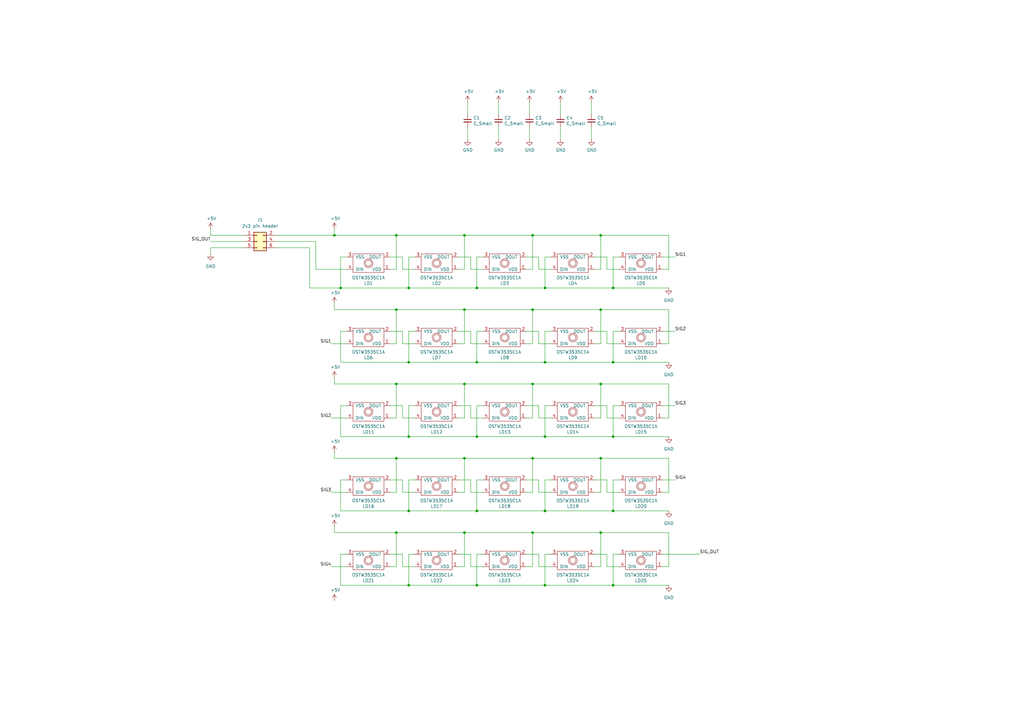
<source format=kicad_sch>
(kicad_sch (version 20211123) (generator eeschema)
  (paper "A3")
  (lib_symbols
    (symbol "Connector_Generic:Conn_02x03_Odd_Even" (pin_names (offset 1.016) hide)
      (property "Reference" "J" (at 1.27 5.08 0))
      (property "Value" "Conn_02x03_Odd_Even" (at 1.27 -5.08 0))
      (symbol "Conn_02x03_Odd_Even_1_1"
        (rectangle (start -1.27 -2.413) (end 0 -2.667) (stroke (width 0.1524)))
        (rectangle (start -1.27 0.127) (end 0 -0.127) (stroke (width 0.1524)))
        (rectangle (start -1.27 2.667) (end 0 2.413) (stroke (width 0.1524)))
        (rectangle (start -1.27 3.81) (end 3.81 -3.81) (stroke (width 0.254)) (fill (type background)))
        (rectangle (start 3.81 -2.413) (end 2.54 -2.667) (stroke (width 0.1524)))
        (rectangle (start 3.81 0.127) (end 2.54 -0.127) (stroke (width 0.1524)))
        (rectangle (start 3.81 2.667) (end 2.54 2.413) (stroke (width 0.1524)))
        (pin passive line (at -5.08 2.54 0) (length 3.81) (name "Pin_1") (number "1"))
        (pin passive line (at 7.62 2.54 180) (length 3.81) (name "Pin_2") (number "2"))
        (pin passive line (at -5.08 0 0) (length 3.81) (name "Pin_3") (number "3"))
        (pin passive line (at 7.62 0 180) (length 3.81) (name "Pin_4") (number "4"))
        (pin passive line (at -5.08 -2.54 0) (length 3.81) (name "Pin_5") (number "5"))
        (pin passive line (at 7.62 -2.54 180) (length 3.81) (name "Pin_6") (number "6"))
      )
    )
    (symbol "Device:C_Small" (pin_numbers hide) (pin_names (offset 0.254) hide)
      (property "Reference" "C" (at 0.254 1.778 0))
      (property "Value" "C_Small" (at 0.254 -2.032 0))
      (symbol "C_Small_0_1"
        (polyline (pts (xy -1.524 -0.508) (xy 1.524 -0.508)) (stroke (width 0.3302)))
        (polyline (pts (xy -1.524 0.508) (xy 1.524 0.508)) (stroke (width 0.3048)))
      )
      (symbol "C_Small_1_1"
        (pin passive line (at 0 2.54 270) (length 2.032) (name "~") (number "1"))
        (pin passive line (at 0 -2.54 90) (length 2.032) (name "~") (number "2"))
      )
    )
    (symbol "led_a:OSTW3535C1A" (pin_names (offset 1.016))
      (property "Reference" "LD" (at 0 5.08 0))
      (property "Value" "OSTW3535C1A" (at 0 -5.08 0))
      (symbol "OSTW3535C1A_0_1"
        (rectangle (start -6.35 3.81) (end 6.35 -3.81))
        (circle (center 0 0) (radius 1.27))
        (circle (center 0 0) (radius 1.8034))
      )
      (symbol "OSTW3535C1A_1_1"
        (pin power_in line (at -8.89 2.54 0) (length 2.54) (name "VDD") (number "1"))
        (pin output line (at -8.89 -2.54 0) (length 2.54) (name "DOUT") (number "2"))
        (pin power_in line (at 8.89 -2.54 180) (length 2.54) (name "VSS") (number "3"))
        (pin input line (at 8.89 2.54 180) (length 2.54) (name "DIN") (number "4"))
      )
    )
    (symbol "power:+5V" (power) (pin_names (offset 0))
      (property "Value" "+5V" (at 0 3.556 0))
      (symbol "+5V_0_1"
        (polyline (pts (xy -0.762 1.27) (xy 0 2.54)))
        (polyline (pts (xy 0 0) (xy 0 2.54)))
        (polyline (pts (xy 0 2.54) (xy 0.762 1.27)))
      )
      (symbol "+5V_1_1"
        (pin power_in line (at 0 0 90) (length 0) hide (name "+5V") (number "1"))
      )
    )
    (symbol "power:GND" (power) (pin_names (offset 0))
      (property "Value" "GND" (at 0 -3.81 0))
      (symbol "GND_0_1"
        (polyline (pts (xy 0 0) (xy 0 -1.27) (xy 1.27 -1.27) (xy 0 -2.54) (xy -1.27 -1.27) (xy 0 -1.27)))
      )
      (symbol "GND_1_1"
        (pin power_in line (at 0 0 270) (length 0) hide (name "GND") (number "1"))
      )
    )
  )
  (junction (at 218.44 127))
  (junction (at 223.52 209.55))
  (junction (at 190.5 157.48))
  (junction (at 246.38 157.48))
  (junction (at 246.38 127))
  (junction (at 162.56 187.96))
  (junction (at 190.5 127))
  (junction (at 190.5 218.44))
  (junction (at 223.52 240.03))
  (junction (at 162.56 218.44))
  (junction (at 162.56 127))
  (junction (at 167.64 179.07))
  (junction (at 246.38 96.52))
  (junction (at 218.44 157.48))
  (junction (at 195.58 148.59))
  (junction (at 167.64 209.55))
  (junction (at 190.5 187.96))
  (junction (at 251.46 118.11))
  (junction (at 137.16 96.52))
  (junction (at 218.44 96.52))
  (junction (at 195.58 240.03))
  (junction (at 195.58 209.55))
  (junction (at 167.64 240.03))
  (junction (at 246.38 187.96))
  (junction (at 218.44 218.44))
  (junction (at 195.58 179.07))
  (junction (at 195.58 118.11))
  (junction (at 218.44 187.96))
  (junction (at 251.46 148.59))
  (junction (at 251.46 209.55))
  (junction (at 251.46 240.03))
  (junction (at 190.5 96.52))
  (junction (at 167.64 118.11))
  (junction (at 162.56 157.48))
  (junction (at 223.52 148.59))
  (junction (at 167.64 148.59))
  (junction (at 223.52 179.07))
  (junction (at 162.56 96.52))
  (junction (at 139.7 118.11))
  (junction (at 251.46 179.07))
  (junction (at 246.38 218.44))
  (junction (at 223.52 118.11))
  (wire (pts (xy 274.32 218.44) (xy 274.32 232.41)))
  (wire (pts (xy 190.5 187.96) (xy 190.5 201.93)))
  (wire (pts (xy 187.96 196.85) (xy 193.04 196.85)))
  (wire (pts (xy 248.92 201.93) (xy 254 201.93)))
  (wire (pts (xy 218.44 96.52) (xy 218.44 110.49)))
  (wire (pts (xy 139.7 135.89) (xy 142.24 135.89)))
  (wire (pts (xy 160.02 196.85) (xy 165.1 196.85)))
  (wire (pts (xy 220.98 171.45) (xy 226.06 171.45)))
  (wire (pts (xy 218.44 127) (xy 246.38 127)))
  (wire (pts (xy 274.32 187.96) (xy 274.32 201.93)))
  (wire (pts (xy 251.46 166.37) (xy 254 166.37)))
  (wire (pts (xy 246.38 232.41) (xy 246.38 218.44)))
  (wire (pts (xy 271.78 171.45) (xy 274.32 171.45)))
  (wire (pts (xy 243.84 105.41) (xy 248.92 105.41)))
  (wire (pts (xy 218.44 187.96) (xy 218.44 201.93)))
  (wire (pts (xy 220.98 232.41) (xy 226.06 232.41)))
  (wire (pts (xy 160.02 201.93) (xy 162.56 201.93)))
  (wire (pts (xy 167.64 209.55) (xy 167.64 196.85)))
  (wire (pts (xy 167.64 209.55) (xy 195.58 209.55)))
  (wire (pts (xy 127 101.6) (xy 127 118.11)))
  (wire (pts (xy 195.58 240.03) (xy 223.52 240.03)))
  (wire (pts (xy 86.36 93.98) (xy 86.36 96.52)))
  (wire (pts (xy 215.9 227.33) (xy 220.98 227.33)))
  (wire (pts (xy 220.98 227.33) (xy 220.98 232.41)))
  (wire (pts (xy 162.56 127) (xy 137.16 127)))
  (wire (pts (xy 195.58 148.59) (xy 195.58 135.89)))
  (wire (pts (xy 190.5 187.96) (xy 218.44 187.96)))
  (wire (pts (xy 220.98 166.37) (xy 220.98 171.45)))
  (wire (pts (xy 162.56 171.45) (xy 162.56 157.48)))
  (wire (pts (xy 271.78 135.89) (xy 276.86 135.89)))
  (wire (pts (xy 167.64 240.03) (xy 195.58 240.03)))
  (wire (pts (xy 190.5 157.48) (xy 218.44 157.48)))
  (wire (pts (xy 271.78 201.93) (xy 274.32 201.93)))
  (wire (pts (xy 220.98 201.93) (xy 226.06 201.93)))
  (wire (pts (xy 190.5 127) (xy 218.44 127)))
  (wire (pts (xy 248.92 135.89) (xy 248.92 140.97)))
  (wire (pts (xy 218.44 218.44) (xy 218.44 232.41)))
  (wire (pts (xy 223.52 118.11) (xy 251.46 118.11)))
  (wire (pts (xy 127 118.11) (xy 139.7 118.11)))
  (wire (pts (xy 167.64 166.37) (xy 170.18 166.37)))
  (wire (pts (xy 193.04 232.41) (xy 198.12 232.41)))
  (wire (pts (xy 137.16 157.48) (xy 137.16 154.94)))
  (wire (pts (xy 223.52 209.55) (xy 223.52 196.85)))
  (wire (pts (xy 271.78 227.33) (xy 287.02 227.33)))
  (wire (pts (xy 251.46 105.41) (xy 254 105.41)))
  (wire (pts (xy 167.64 105.41) (xy 170.18 105.41)))
  (wire (pts (xy 135.89 232.41) (xy 142.24 232.41)))
  (wire (pts (xy 193.04 135.89) (xy 193.04 140.97)))
  (wire (pts (xy 160.02 232.41) (xy 162.56 232.41)))
  (wire (pts (xy 193.04 196.85) (xy 193.04 201.93)))
  (wire (pts (xy 139.7 105.41) (xy 142.24 105.41)))
  (wire (pts (xy 190.5 96.52) (xy 218.44 96.52)))
  (wire (pts (xy 139.7 166.37) (xy 139.7 179.07)))
  (wire (pts (xy 274.32 157.48) (xy 274.32 171.45)))
  (wire (pts (xy 195.58 105.41) (xy 198.12 105.41)))
  (wire (pts (xy 187.96 110.49) (xy 190.5 110.49)))
  (wire (pts (xy 223.52 227.33) (xy 226.06 227.33)))
  (wire (pts (xy 167.64 196.85) (xy 170.18 196.85)))
  (wire (pts (xy 215.9 140.97) (xy 218.44 140.97)))
  (wire (pts (xy 220.98 105.41) (xy 220.98 110.49)))
  (wire (pts (xy 223.52 148.59) (xy 223.52 135.89)))
  (wire (pts (xy 135.89 171.45) (xy 142.24 171.45)))
  (wire (pts (xy 139.7 209.55) (xy 167.64 209.55)))
  (wire (pts (xy 204.47 57.15) (xy 204.47 52.07)))
  (wire (pts (xy 135.89 140.97) (xy 142.24 140.97)))
  (wire (pts (xy 113.03 96.52) (xy 137.16 96.52)))
  (wire (pts (xy 251.46 148.59) (xy 251.46 135.89)))
  (wire (pts (xy 248.92 166.37) (xy 248.92 171.45)))
  (wire (pts (xy 139.7 118.11) (xy 167.64 118.11)))
  (wire (pts (xy 162.56 96.52) (xy 190.5 96.52)))
  (wire (pts (xy 251.46 240.03) (xy 274.32 240.03)))
  (wire (pts (xy 86.36 99.06) (xy 100.33 99.06)))
  (wire (pts (xy 251.46 227.33) (xy 254 227.33)))
  (wire (pts (xy 113.03 101.6) (xy 127 101.6)))
  (wire (pts (xy 193.04 166.37) (xy 193.04 171.45)))
  (wire (pts (xy 190.5 157.48) (xy 190.5 171.45)))
  (wire (pts (xy 243.84 171.45) (xy 246.38 171.45)))
  (wire (pts (xy 246.38 96.52) (xy 274.32 96.52)))
  (wire (pts (xy 271.78 110.49) (xy 274.32 110.49)))
  (wire (pts (xy 162.56 140.97) (xy 162.56 127)))
  (wire (pts (xy 165.1 232.41) (xy 170.18 232.41)))
  (wire (pts (xy 160.02 105.41) (xy 165.1 105.41)))
  (wire (pts (xy 86.36 96.52) (xy 100.33 96.52)))
  (wire (pts (xy 251.46 179.07) (xy 251.46 166.37)))
  (wire (pts (xy 137.16 218.44) (xy 137.16 215.9)))
  (wire (pts (xy 193.04 227.33) (xy 193.04 232.41)))
  (wire (pts (xy 160.02 166.37) (xy 165.1 166.37)))
  (wire (pts (xy 162.56 96.52) (xy 137.16 96.52)))
  (wire (pts (xy 191.77 41.91) (xy 191.77 46.99)))
  (wire (pts (xy 251.46 240.03) (xy 251.46 227.33)))
  (wire (pts (xy 243.84 110.49) (xy 246.38 110.49)))
  (wire (pts (xy 129.54 110.49) (xy 129.54 99.06)))
  (wire (pts (xy 248.92 196.85) (xy 248.92 201.93)))
  (wire (pts (xy 218.44 218.44) (xy 246.38 218.44)))
  (wire (pts (xy 187.96 171.45) (xy 190.5 171.45)))
  (wire (pts (xy 223.52 118.11) (xy 223.52 105.41)))
  (wire (pts (xy 190.5 127) (xy 190.5 140.97)))
  (wire (pts (xy 160.02 227.33) (xy 165.1 227.33)))
  (wire (pts (xy 195.58 179.07) (xy 223.52 179.07)))
  (wire (pts (xy 223.52 240.03) (xy 223.52 227.33)))
  (wire (pts (xy 223.52 135.89) (xy 226.06 135.89)))
  (wire (pts (xy 195.58 118.11) (xy 223.52 118.11)))
  (wire (pts (xy 187.96 201.93) (xy 190.5 201.93)))
  (wire (pts (xy 215.9 135.89) (xy 220.98 135.89)))
  (wire (pts (xy 162.56 201.93) (xy 162.56 187.96)))
  (wire (pts (xy 187.96 166.37) (xy 193.04 166.37)))
  (wire (pts (xy 248.92 171.45) (xy 254 171.45)))
  (wire (pts (xy 190.5 218.44) (xy 218.44 218.44)))
  (wire (pts (xy 193.04 140.97) (xy 198.12 140.97)))
  (wire (pts (xy 271.78 105.41) (xy 276.86 105.41)))
  (wire (pts (xy 191.77 57.15) (xy 191.77 52.07)))
  (wire (pts (xy 165.1 196.85) (xy 165.1 201.93)))
  (wire (pts (xy 251.46 209.55) (xy 274.32 209.55)))
  (wire (pts (xy 162.56 127) (xy 190.5 127)))
  (wire (pts (xy 248.92 227.33) (xy 248.92 232.41)))
  (wire (pts (xy 251.46 118.11) (xy 274.32 118.11)))
  (wire (pts (xy 195.58 135.89) (xy 198.12 135.89)))
  (wire (pts (xy 218.44 157.48) (xy 218.44 171.45)))
  (wire (pts (xy 195.58 118.11) (xy 195.58 105.41)))
  (wire (pts (xy 246.38 218.44) (xy 274.32 218.44)))
  (wire (pts (xy 165.1 135.89) (xy 165.1 140.97)))
  (wire (pts (xy 243.84 140.97) (xy 246.38 140.97)))
  (wire (pts (xy 129.54 99.06) (xy 113.03 99.06)))
  (wire (pts (xy 167.64 118.11) (xy 167.64 105.41)))
  (wire (pts (xy 167.64 179.07) (xy 167.64 166.37)))
  (wire (pts (xy 251.46 179.07) (xy 274.32 179.07)))
  (wire (pts (xy 215.9 171.45) (xy 218.44 171.45)))
  (wire (pts (xy 167.64 135.89) (xy 170.18 135.89)))
  (wire (pts (xy 271.78 196.85) (xy 276.86 196.85)))
  (wire (pts (xy 165.1 201.93) (xy 170.18 201.93)))
  (wire (pts (xy 243.84 227.33) (xy 248.92 227.33)))
  (wire (pts (xy 135.89 201.93) (xy 142.24 201.93)))
  (wire (pts (xy 165.1 110.49) (xy 170.18 110.49)))
  (wire (pts (xy 215.9 166.37) (xy 220.98 166.37)))
  (wire (pts (xy 246.38 171.45) (xy 246.38 157.48)))
  (wire (pts (xy 195.58 166.37) (xy 198.12 166.37)))
  (wire (pts (xy 165.1 166.37) (xy 165.1 171.45)))
  (wire (pts (xy 86.36 104.14) (xy 86.36 101.6)))
  (wire (pts (xy 195.58 179.07) (xy 195.58 166.37)))
  (wire (pts (xy 193.04 110.49) (xy 198.12 110.49)))
  (wire (pts (xy 167.64 227.33) (xy 170.18 227.33)))
  (wire (pts (xy 162.56 157.48) (xy 137.16 157.48)))
  (wire (pts (xy 215.9 201.93) (xy 218.44 201.93)))
  (wire (pts (xy 162.56 187.96) (xy 137.16 187.96)))
  (wire (pts (xy 215.9 232.41) (xy 218.44 232.41)))
  (wire (pts (xy 193.04 105.41) (xy 193.04 110.49)))
  (wire (pts (xy 215.9 110.49) (xy 218.44 110.49)))
  (wire (pts (xy 271.78 166.37) (xy 276.86 166.37)))
  (wire (pts (xy 223.52 179.07) (xy 251.46 179.07)))
  (wire (pts (xy 274.32 127) (xy 274.32 140.97)))
  (wire (pts (xy 251.46 196.85) (xy 254 196.85)))
  (wire (pts (xy 137.16 127) (xy 137.16 124.46)))
  (wire (pts (xy 271.78 140.97) (xy 274.32 140.97)))
  (wire (pts (xy 248.92 105.41) (xy 248.92 110.49)))
  (wire (pts (xy 139.7 179.07) (xy 167.64 179.07)))
  (wire (pts (xy 242.57 57.15) (xy 242.57 52.07)))
  (wire (pts (xy 187.96 105.41) (xy 193.04 105.41)))
  (wire (pts (xy 218.44 96.52) (xy 246.38 96.52)))
  (wire (pts (xy 243.84 135.89) (xy 248.92 135.89)))
  (wire (pts (xy 229.87 41.91) (xy 229.87 46.99)))
  (wire (pts (xy 139.7 240.03) (xy 167.64 240.03)))
  (wire (pts (xy 162.56 110.49) (xy 162.56 96.52)))
  (wire (pts (xy 220.98 110.49) (xy 226.06 110.49)))
  (wire (pts (xy 246.38 140.97) (xy 246.38 127)))
  (wire (pts (xy 167.64 179.07) (xy 195.58 179.07)))
  (wire (pts (xy 139.7 105.41) (xy 139.7 118.11)))
  (wire (pts (xy 242.57 41.91) (xy 242.57 46.99)))
  (wire (pts (xy 223.52 196.85) (xy 226.06 196.85)))
  (wire (pts (xy 165.1 227.33) (xy 165.1 232.41)))
  (wire (pts (xy 220.98 135.89) (xy 220.98 140.97)))
  (wire (pts (xy 243.84 201.93) (xy 246.38 201.93)))
  (wire (pts (xy 229.87 57.15) (xy 229.87 52.07)))
  (wire (pts (xy 195.58 148.59) (xy 223.52 148.59)))
  (wire (pts (xy 160.02 135.89) (xy 165.1 135.89)))
  (wire (pts (xy 187.96 135.89) (xy 193.04 135.89)))
  (wire (pts (xy 162.56 232.41) (xy 162.56 218.44)))
  (wire (pts (xy 223.52 105.41) (xy 226.06 105.41)))
  (wire (pts (xy 215.9 196.85) (xy 220.98 196.85)))
  (wire (pts (xy 243.84 196.85) (xy 248.92 196.85)))
  (wire (pts (xy 246.38 110.49) (xy 246.38 96.52)))
  (wire (pts (xy 223.52 148.59) (xy 251.46 148.59)))
  (wire (pts (xy 165.1 171.45) (xy 170.18 171.45)))
  (wire (pts (xy 162.56 157.48) (xy 190.5 157.48)))
  (wire (pts (xy 223.52 166.37) (xy 226.06 166.37)))
  (wire (pts (xy 137.16 187.96) (xy 137.16 185.42)))
  (wire (pts (xy 129.54 110.49) (xy 142.24 110.49)))
  (wire (pts (xy 167.64 240.03) (xy 167.64 227.33)))
  (wire (pts (xy 248.92 232.41) (xy 254 232.41)))
  (wire (pts (xy 274.32 96.52) (xy 274.32 110.49)))
  (wire (pts (xy 215.9 105.41) (xy 220.98 105.41)))
  (wire (pts (xy 187.96 232.41) (xy 190.5 232.41)))
  (wire (pts (xy 195.58 209.55) (xy 223.52 209.55)))
  (wire (pts (xy 160.02 171.45) (xy 162.56 171.45)))
  (wire (pts (xy 187.96 140.97) (xy 190.5 140.97)))
  (wire (pts (xy 220.98 140.97) (xy 226.06 140.97)))
  (wire (pts (xy 139.7 196.85) (xy 139.7 209.55)))
  (wire (pts (xy 246.38 187.96) (xy 274.32 187.96)))
  (wire (pts (xy 195.58 240.03) (xy 195.58 227.33)))
  (wire (pts (xy 162.56 187.96) (xy 190.5 187.96)))
  (wire (pts (xy 190.5 96.52) (xy 190.5 110.49)))
  (wire (pts (xy 246.38 201.93) (xy 246.38 187.96)))
  (wire (pts (xy 165.1 140.97) (xy 170.18 140.97)))
  (wire (pts (xy 139.7 227.33) (xy 142.24 227.33)))
  (wire (pts (xy 248.92 140.97) (xy 254 140.97)))
  (wire (pts (xy 193.04 201.93) (xy 198.12 201.93)))
  (wire (pts (xy 139.7 166.37) (xy 142.24 166.37)))
  (wire (pts (xy 271.78 232.41) (xy 274.32 232.41)))
  (wire (pts (xy 137.16 96.52) (xy 137.16 93.98)))
  (wire (pts (xy 246.38 157.48) (xy 274.32 157.48)))
  (wire (pts (xy 243.84 232.41) (xy 246.38 232.41)))
  (wire (pts (xy 223.52 240.03) (xy 251.46 240.03)))
  (wire (pts (xy 248.92 110.49) (xy 254 110.49)))
  (wire (pts (xy 195.58 227.33) (xy 198.12 227.33)))
  (wire (pts (xy 251.46 118.11) (xy 251.46 105.41)))
  (wire (pts (xy 139.7 135.89) (xy 139.7 148.59)))
  (wire (pts (xy 218.44 157.48) (xy 246.38 157.48)))
  (wire (pts (xy 218.44 187.96) (xy 246.38 187.96)))
  (wire (pts (xy 251.46 209.55) (xy 251.46 196.85)))
  (wire (pts (xy 195.58 209.55) (xy 195.58 196.85)))
  (wire (pts (xy 223.52 179.07) (xy 223.52 166.37)))
  (wire (pts (xy 160.02 110.49) (xy 162.56 110.49)))
  (wire (pts (xy 251.46 148.59) (xy 274.32 148.59)))
  (wire (pts (xy 139.7 148.59) (xy 167.64 148.59)))
  (wire (pts (xy 195.58 196.85) (xy 198.12 196.85)))
  (wire (pts (xy 218.44 127) (xy 218.44 140.97)))
  (wire (pts (xy 162.56 218.44) (xy 137.16 218.44)))
  (wire (pts (xy 190.5 218.44) (xy 190.5 232.41)))
  (wire (pts (xy 251.46 135.89) (xy 254 135.89)))
  (wire (pts (xy 220.98 196.85) (xy 220.98 201.93)))
  (wire (pts (xy 167.64 148.59) (xy 195.58 148.59)))
  (wire (pts (xy 217.17 41.91) (xy 217.17 46.99)))
  (wire (pts (xy 162.56 218.44) (xy 190.5 218.44)))
  (wire (pts (xy 223.52 209.55) (xy 251.46 209.55)))
  (wire (pts (xy 167.64 148.59) (xy 167.64 135.89)))
  (wire (pts (xy 167.64 118.11) (xy 195.58 118.11)))
  (wire (pts (xy 243.84 166.37) (xy 248.92 166.37)))
  (wire (pts (xy 217.17 57.15) (xy 217.17 52.07)))
  (wire (pts (xy 204.47 41.91) (xy 204.47 46.99)))
  (wire (pts (xy 187.96 227.33) (xy 193.04 227.33)))
  (wire (pts (xy 139.7 227.33) (xy 139.7 240.03)))
  (wire (pts (xy 165.1 105.41) (xy 165.1 110.49)))
  (wire (pts (xy 139.7 196.85) (xy 142.24 196.85)))
  (wire (pts (xy 246.38 127) (xy 274.32 127)))
  (wire (pts (xy 193.04 171.45) (xy 198.12 171.45)))
  (wire (pts (xy 86.36 101.6) (xy 100.33 101.6)))
  (wire (pts (xy 160.02 140.97) (xy 162.56 140.97)))
  (label "SIG1" (at 276.86 105.41 0))
  (label "SIG1" (at 135.89 140.97 180))
  (label "SIG_OUT" (at 287.02 227.33 0))
  (label "SIG4" (at 135.89 232.41 180))
  (label "SIG2" (at 276.86 135.89 0))
  (label "SIG3" (at 276.86 166.37 0))
  (label "SIG3" (at 135.89 201.93 180))
  (label "SIG4" (at 276.86 196.85 0))
  (label "SIG2" (at 135.89 171.45 180))
  (label "SIG_OUT" (at 86.36 99.06 180))
  (symbol (lib_id "Device:C_Small") (at 191.77 49.53 0) (unit 1)
    (property "Reference" "C1" (at 194.1068 48.3616 0) (effects (justify left)))
    (property "Value" "C_Small" (at 194.1068 50.673 0) (effects (justify left)))
    (property "Footprint" "Capacitor_SMD:C_1206_3216Metric_Pad1.33x1.80mm_HandSolder" (effects hide))
  )
  (symbol (lib_id "power:GND") (at 191.77 57.15 0) (unit 1)
    (property "Reference" "#PWR06" (effects hide))
    (property "Value" "GND" (at 191.897 61.5442 0))
  )
  (symbol (lib_id "power:+5V") (at 191.77 41.91 0) (unit 1)
    (property "Reference" "#PWR01" (effects hide))
    (property "Value" "+5V" (at 192.151 37.5158 0))
  )
  (symbol (lib_id "power:+5V") (at 137.16 246.38 0) (unit 1)
    (property "Reference" "#PWR023" (effects hide))
    (property "Value" "+5V" (at 137.541 241.9858 0))
  )
  (symbol (lib_id "led_a:OSTW3535C1A") (at 151.13 229.87 180) (unit 1)
    (property "Reference" "LD21" (at 151.13 238.125 0))
    (property "Value" "OSTW3535C1A" (at 151.13 235.8136 0))
    (property "Footprint" "led_a:OSTW3535C1A" (effects hide))
  )
  (symbol (lib_id "led_a:OSTW3535C1A") (at 179.07 229.87 180) (unit 1)
    (property "Reference" "LD22" (at 179.07 238.125 0))
    (property "Value" "OSTW3535C1A" (at 179.07 235.8136 0))
    (property "Footprint" "led_a:OSTW3535C1A" (effects hide))
  )
  (symbol (lib_id "led_a:OSTW3535C1A") (at 207.01 229.87 180) (unit 1)
    (property "Reference" "LD23" (at 207.01 238.125 0))
    (property "Value" "OSTW3535C1A" (at 207.01 235.8136 0))
    (property "Footprint" "led_a:OSTW3535C1A" (effects hide))
  )
  (symbol (lib_id "led_a:OSTW3535C1A") (at 234.95 229.87 180) (unit 1)
    (property "Reference" "LD24" (at 234.95 238.125 0))
    (property "Value" "OSTW3535C1A" (at 234.95 235.8136 0))
    (property "Footprint" "led_a:OSTW3535C1A" (effects hide))
  )
  (symbol (lib_id "led_a:OSTW3535C1A") (at 262.89 229.87 180) (unit 1)
    (property "Reference" "LD25" (at 262.89 238.125 0))
    (property "Value" "OSTW3535C1A" (at 262.89 235.8136 0))
    (property "Footprint" "led_a:OSTW3535C1A" (effects hide))
  )
  (symbol (lib_id "power:+5V") (at 137.16 215.9 0) (unit 1)
    (property "Reference" "#PWR021" (effects hide))
    (property "Value" "+5V" (at 137.541 211.5058 0))
  )
  (symbol (lib_id "led_a:OSTW3535C1A") (at 151.13 199.39 180) (unit 1)
    (property "Reference" "LD16" (at 151.13 207.645 0))
    (property "Value" "OSTW3535C1A" (at 151.13 205.3336 0))
    (property "Footprint" "led_a:OSTW3535C1A" (effects hide))
  )
  (symbol (lib_id "led_a:OSTW3535C1A") (at 179.07 199.39 180) (unit 1)
    (property "Reference" "LD17" (at 179.07 207.645 0))
    (property "Value" "OSTW3535C1A" (at 179.07 205.3336 0))
    (property "Footprint" "led_a:OSTW3535C1A" (effects hide))
  )
  (symbol (lib_id "led_a:OSTW3535C1A") (at 207.01 199.39 180) (unit 1)
    (property "Reference" "LD18" (at 207.01 207.645 0))
    (property "Value" "OSTW3535C1A" (at 207.01 205.3336 0))
    (property "Footprint" "led_a:OSTW3535C1A" (effects hide))
  )
  (symbol (lib_id "led_a:OSTW3535C1A") (at 234.95 199.39 180) (unit 1)
    (property "Reference" "LD19" (at 234.95 207.645 0))
    (property "Value" "OSTW3535C1A" (at 234.95 205.3336 0))
    (property "Footprint" "led_a:OSTW3535C1A" (effects hide))
  )
  (symbol (lib_id "led_a:OSTW3535C1A") (at 262.89 199.39 180) (unit 1)
    (property "Reference" "LD20" (at 262.89 207.645 0))
    (property "Value" "OSTW3535C1A" (at 262.89 205.3336 0))
    (property "Footprint" "led_a:OSTW3535C1A" (effects hide))
  )
  (symbol (lib_id "power:+5V") (at 137.16 185.42 0) (unit 1)
    (property "Reference" "#PWR019" (effects hide))
    (property "Value" "+5V" (at 137.541 181.0258 0))
  )
  (symbol (lib_id "led_a:OSTW3535C1A") (at 151.13 168.91 180) (unit 1)
    (property "Reference" "LD11" (at 151.13 177.165 0))
    (property "Value" "OSTW3535C1A" (at 151.13 174.8536 0))
    (property "Footprint" "led_a:OSTW3535C1A" (effects hide))
  )
  (symbol (lib_id "led_a:OSTW3535C1A") (at 179.07 168.91 180) (unit 1)
    (property "Reference" "LD12" (at 179.07 177.165 0))
    (property "Value" "OSTW3535C1A" (at 179.07 174.8536 0))
    (property "Footprint" "led_a:OSTW3535C1A" (effects hide))
  )
  (symbol (lib_id "led_a:OSTW3535C1A") (at 207.01 168.91 180) (unit 1)
    (property "Reference" "LD13" (at 207.01 177.165 0))
    (property "Value" "OSTW3535C1A" (at 207.01 174.8536 0))
    (property "Footprint" "led_a:OSTW3535C1A" (effects hide))
  )
  (symbol (lib_id "led_a:OSTW3535C1A") (at 234.95 168.91 180) (unit 1)
    (property "Reference" "LD14" (at 234.95 177.165 0))
    (property "Value" "OSTW3535C1A" (at 234.95 174.8536 0))
    (property "Footprint" "led_a:OSTW3535C1A" (effects hide))
  )
  (symbol (lib_id "led_a:OSTW3535C1A") (at 262.89 168.91 180) (unit 1)
    (property "Reference" "LD15" (at 262.89 177.165 0))
    (property "Value" "OSTW3535C1A" (at 262.89 174.8536 0))
    (property "Footprint" "led_a:OSTW3535C1A" (effects hide))
  )
  (symbol (lib_id "power:+5V") (at 137.16 154.94 0) (unit 1)
    (property "Reference" "#PWR017" (effects hide))
    (property "Value" "+5V" (at 137.541 150.5458 0))
  )
  (symbol (lib_id "led_a:OSTW3535C1A") (at 151.13 138.43 180) (unit 1)
    (property "Reference" "LD6" (at 151.13 146.685 0))
    (property "Value" "OSTW3535C1A" (at 151.13 144.3736 0))
    (property "Footprint" "led_a:OSTW3535C1A" (effects hide))
  )
  (symbol (lib_id "led_a:OSTW3535C1A") (at 179.07 138.43 180) (unit 1)
    (property "Reference" "LD7" (at 179.07 146.685 0))
    (property "Value" "OSTW3535C1A" (at 179.07 144.3736 0))
    (property "Footprint" "led_a:OSTW3535C1A" (effects hide))
  )
  (symbol (lib_id "led_a:OSTW3535C1A") (at 207.01 138.43 180) (unit 1)
    (property "Reference" "LD8" (at 207.01 146.685 0))
    (property "Value" "OSTW3535C1A" (at 207.01 144.3736 0))
    (property "Footprint" "led_a:OSTW3535C1A" (effects hide))
  )
  (symbol (lib_id "led_a:OSTW3535C1A") (at 234.95 138.43 180) (unit 1)
    (property "Reference" "LD9" (at 234.95 146.685 0))
    (property "Value" "OSTW3535C1A" (at 234.95 144.3736 0))
    (property "Footprint" "led_a:OSTW3535C1A" (effects hide))
  )
  (symbol (lib_id "led_a:OSTW3535C1A") (at 262.89 138.43 180) (unit 1)
    (property "Reference" "LD10" (at 262.89 146.685 0))
    (property "Value" "OSTW3535C1A" (at 262.89 144.3736 0))
    (property "Footprint" "led_a:OSTW3535C1A" (effects hide))
  )
  (symbol (lib_id "power:+5V") (at 137.16 124.46 0) (unit 1)
    (property "Reference" "#PWR015" (effects hide))
    (property "Value" "+5V" (at 137.541 120.0658 0))
  )
  (symbol (lib_id "led_a:OSTW3535C1A") (at 151.13 107.95 180) (unit 1)
    (property "Reference" "LD1" (at 151.13 116.205 0))
    (property "Value" "OSTW3535C1A" (at 151.13 113.8936 0))
    (property "Footprint" "led_a:OSTW3535C1A" (effects hide))
  )
  (symbol (lib_id "led_a:OSTW3535C1A") (at 179.07 107.95 180) (unit 1)
    (property "Reference" "LD2" (at 179.07 116.205 0))
    (property "Value" "OSTW3535C1A" (at 179.07 113.8936 0))
    (property "Footprint" "led_a:OSTW3535C1A" (effects hide))
  )
  (symbol (lib_id "led_a:OSTW3535C1A") (at 207.01 107.95 180) (unit 1)
    (property "Reference" "LD3" (at 207.01 116.205 0))
    (property "Value" "OSTW3535C1A" (at 207.01 113.8936 0))
    (property "Footprint" "led_a:OSTW3535C1A" (effects hide))
  )
  (symbol (lib_id "led_a:OSTW3535C1A") (at 234.95 107.95 180) (unit 1)
    (property "Reference" "LD4" (at 234.95 116.205 0))
    (property "Value" "OSTW3535C1A" (at 234.95 113.8936 0))
    (property "Footprint" "led_a:OSTW3535C1A" (effects hide))
  )
  (symbol (lib_id "led_a:OSTW3535C1A") (at 262.89 107.95 180) (unit 1)
    (property "Reference" "LD5" (at 262.89 116.205 0))
    (property "Value" "OSTW3535C1A" (at 262.89 113.8936 0))
    (property "Footprint" "led_a:OSTW3535C1A" (effects hide))
  )
  (symbol (lib_id "power:+5V") (at 137.16 93.98 0) (unit 1)
    (property "Reference" "#PWR012" (effects hide))
    (property "Value" "+5V" (at 137.541 89.5858 0))
  )
  (symbol (lib_id "Device:C_Small") (at 204.47 49.53 0) (unit 1)
    (property "Reference" "C2" (at 206.8068 48.3616 0) (effects (justify left)))
    (property "Value" "C_Small" (at 206.8068 50.673 0) (effects (justify left)))
    (property "Footprint" "Capacitor_SMD:C_1206_3216Metric_Pad1.33x1.80mm_HandSolder" (effects hide))
  )
  (symbol (lib_id "power:GND") (at 204.47 57.15 0) (unit 1)
    (property "Reference" "#PWR07" (effects hide))
    (property "Value" "GND" (at 204.597 61.5442 0))
  )
  (symbol (lib_id "power:+5V") (at 204.47 41.91 0) (unit 1)
    (property "Reference" "#PWR02" (effects hide))
    (property "Value" "+5V" (at 204.851 37.5158 0))
  )
  (symbol (lib_id "Device:C_Small") (at 217.17 49.53 0) (unit 1)
    (property "Reference" "C3" (at 219.5068 48.3616 0) (effects (justify left)))
    (property "Value" "C_Small" (at 219.5068 50.673 0) (effects (justify left)))
    (property "Footprint" "Capacitor_SMD:C_1206_3216Metric_Pad1.33x1.80mm_HandSolder" (effects hide))
  )
  (symbol (lib_id "power:GND") (at 217.17 57.15 0) (unit 1)
    (property "Reference" "#PWR08" (effects hide))
    (property "Value" "GND" (at 217.297 61.5442 0))
  )
  (symbol (lib_id "power:+5V") (at 217.17 41.91 0) (unit 1)
    (property "Reference" "#PWR03" (effects hide))
    (property "Value" "+5V" (at 217.551 37.5158 0))
  )
  (symbol (lib_id "Device:C_Small") (at 229.87 49.53 0) (unit 1)
    (property "Reference" "C4" (at 232.2068 48.3616 0) (effects (justify left)))
    (property "Value" "C_Small" (at 232.2068 50.673 0) (effects (justify left)))
    (property "Footprint" "Capacitor_SMD:C_1206_3216Metric_Pad1.33x1.80mm_HandSolder" (effects hide))
  )
  (symbol (lib_id "power:GND") (at 229.87 57.15 0) (unit 1)
    (property "Reference" "#PWR09" (effects hide))
    (property "Value" "GND" (at 229.997 61.5442 0))
  )
  (symbol (lib_id "power:+5V") (at 229.87 41.91 0) (unit 1)
    (property "Reference" "#PWR04" (effects hide))
    (property "Value" "+5V" (at 230.251 37.5158 0))
  )
  (symbol (lib_id "Device:C_Small") (at 242.57 49.53 0) (unit 1)
    (property "Reference" "C5" (at 244.9068 48.3616 0) (effects (justify left)))
    (property "Value" "C_Small" (at 244.9068 50.673 0) (effects (justify left)))
    (property "Footprint" "Capacitor_SMD:C_1206_3216Metric_Pad1.33x1.80mm_HandSolder" (effects hide))
  )
  (symbol (lib_id "power:GND") (at 242.57 57.15 0) (unit 1)
    (property "Reference" "#PWR010" (effects hide))
    (property "Value" "GND" (at 242.697 61.5442 0))
  )
  (symbol (lib_id "power:+5V") (at 242.57 41.91 0) (unit 1)
    (property "Reference" "#PWR05" (effects hide))
    (property "Value" "+5V" (at 242.951 37.5158 0))
  )
  (symbol (lib_id "power:GND") (at 86.36 104.14 0) (unit 1)
    (property "Reference" "#PWR013" (effects hide))
    (property "Value" "GND" (at 86.36 109.22 0))
  )
  (symbol (lib_id "power:GND") (at 274.32 209.55 0) (unit 1)
    (property "Reference" "#PWR020" (effects hide))
    (property "Value" "GND" (at 274.32 214.63 0))
  )
  (symbol (lib_id "power:+5V") (at 86.36 93.98 0) (unit 1)
    (property "Reference" "#PWR011" (effects hide))
    (property "Value" "+5V" (at 86.741 89.5858 0))
  )
  (symbol (lib_id "power:GND") (at 274.32 118.11 0) (unit 1)
    (property "Reference" "#PWR014" (effects hide))
    (property "Value" "GND" (at 274.32 123.19 0))
  )
  (symbol (lib_id "Connector_Generic:Conn_02x03_Odd_Even") (at 105.41 99.06 0) (unit 1)
    (property "Reference" "J1" (at 106.68 90.17 0))
    (property "Value" "2x3 pin header" (at 106.68 92.71 0))
    (property "Footprint" "Connector_PinHeader_2.54mm:PinHeader_2x03_P2.54mm_Vertical" (effects hide))
  )
  (symbol (lib_id "power:GND") (at 274.32 179.07 0) (unit 1)
    (property "Reference" "#PWR018" (effects hide))
    (property "Value" "GND" (at 274.32 184.15 0))
  )
  (symbol (lib_id "power:GND") (at 274.32 240.03 0) (unit 1)
    (property "Reference" "#PWR022" (effects hide))
    (property "Value" "GND" (at 274.32 245.11 0))
  )
  (symbol (lib_id "power:GND") (at 274.32 148.59 0) (unit 1)
    (property "Reference" "#PWR016" (effects hide))
    (property "Value" "GND" (at 274.32 153.67 0))
  )
)
</source>
